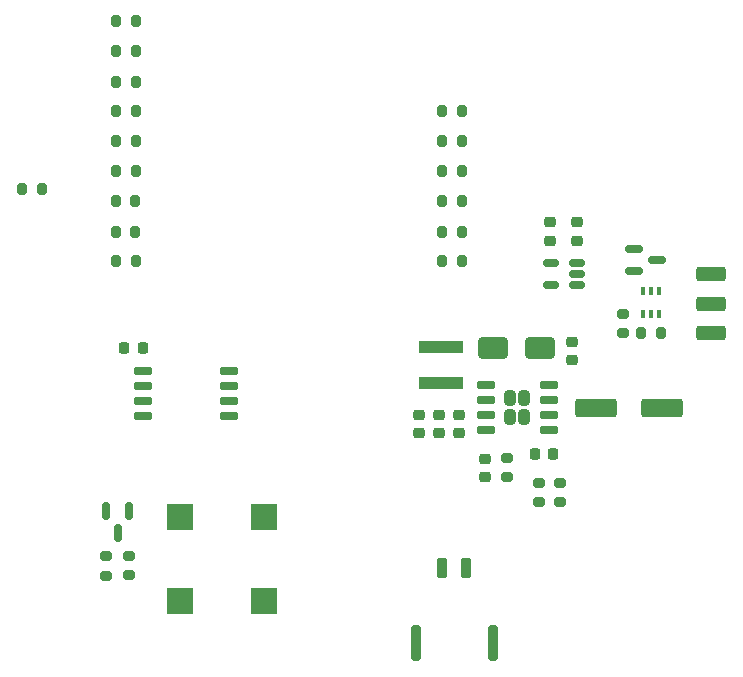
<source format=gbp>
G04 #@! TF.GenerationSoftware,KiCad,Pcbnew,8.0.3*
G04 #@! TF.CreationDate,2024-06-08T17:14:39+02:00*
G04 #@! TF.ProjectId,chip8-pcb,63686970-382d-4706-9362-2e6b69636164,1*
G04 #@! TF.SameCoordinates,Original*
G04 #@! TF.FileFunction,Paste,Bot*
G04 #@! TF.FilePolarity,Positive*
%FSLAX46Y46*%
G04 Gerber Fmt 4.6, Leading zero omitted, Abs format (unit mm)*
G04 Created by KiCad (PCBNEW 8.0.3) date 2024-06-08 17:14:39*
%MOMM*%
%LPD*%
G01*
G04 APERTURE LIST*
G04 Aperture macros list*
%AMRoundRect*
0 Rectangle with rounded corners*
0 $1 Rounding radius*
0 $2 $3 $4 $5 $6 $7 $8 $9 X,Y pos of 4 corners*
0 Add a 4 corners polygon primitive as box body*
4,1,4,$2,$3,$4,$5,$6,$7,$8,$9,$2,$3,0*
0 Add four circle primitives for the rounded corners*
1,1,$1+$1,$2,$3*
1,1,$1+$1,$4,$5*
1,1,$1+$1,$6,$7*
1,1,$1+$1,$8,$9*
0 Add four rect primitives between the rounded corners*
20,1,$1+$1,$2,$3,$4,$5,0*
20,1,$1+$1,$4,$5,$6,$7,0*
20,1,$1+$1,$6,$7,$8,$9,0*
20,1,$1+$1,$8,$9,$2,$3,0*%
G04 Aperture macros list end*
%ADD10RoundRect,0.225000X0.225000X0.250000X-0.225000X0.250000X-0.225000X-0.250000X0.225000X-0.250000X0*%
%ADD11RoundRect,0.150000X0.650000X0.150000X-0.650000X0.150000X-0.650000X-0.150000X0.650000X-0.150000X0*%
%ADD12RoundRect,0.200000X0.200000X0.275000X-0.200000X0.275000X-0.200000X-0.275000X0.200000X-0.275000X0*%
%ADD13RoundRect,0.150000X0.512500X0.150000X-0.512500X0.150000X-0.512500X-0.150000X0.512500X-0.150000X0*%
%ADD14RoundRect,0.225000X0.250000X-0.225000X0.250000X0.225000X-0.250000X0.225000X-0.250000X-0.225000X0*%
%ADD15RoundRect,0.225000X0.225000X0.625000X-0.225000X0.625000X-0.225000X-0.625000X0.225000X-0.625000X0*%
%ADD16RoundRect,0.133334X0.266666X1.366666X-0.266666X1.366666X-0.266666X-1.366666X0.266666X-1.366666X0*%
%ADD17RoundRect,0.200000X0.275000X-0.200000X0.275000X0.200000X-0.275000X0.200000X-0.275000X-0.200000X0*%
%ADD18RoundRect,0.242500X0.242500X0.402500X-0.242500X0.402500X-0.242500X-0.402500X0.242500X-0.402500X0*%
%ADD19R,3.700000X1.100000*%
%ADD20RoundRect,0.225000X-0.250000X0.225000X-0.250000X-0.225000X0.250000X-0.225000X0.250000X0.225000X0*%
%ADD21RoundRect,0.200000X-0.275000X0.200000X-0.275000X-0.200000X0.275000X-0.200000X0.275000X0.200000X0*%
%ADD22RoundRect,0.100000X0.100000X-0.225000X0.100000X0.225000X-0.100000X0.225000X-0.100000X-0.225000X0*%
%ADD23RoundRect,0.150000X-0.587500X-0.150000X0.587500X-0.150000X0.587500X0.150000X-0.587500X0.150000X0*%
%ADD24RoundRect,0.150000X-0.150000X0.587500X-0.150000X-0.587500X0.150000X-0.587500X0.150000X0.587500X0*%
%ADD25RoundRect,0.250000X-1.500000X-0.550000X1.500000X-0.550000X1.500000X0.550000X-1.500000X0.550000X0*%
%ADD26RoundRect,0.218750X-0.218750X-0.256250X0.218750X-0.256250X0.218750X0.256250X-0.218750X0.256250X0*%
%ADD27R,2.300000X2.300000*%
%ADD28RoundRect,0.250000X-1.000000X0.375000X-1.000000X-0.375000X1.000000X-0.375000X1.000000X0.375000X0*%
%ADD29RoundRect,0.250000X1.000000X0.650000X-1.000000X0.650000X-1.000000X-0.650000X1.000000X-0.650000X0*%
G04 APERTURE END LIST*
D10*
X66087500Y-74800000D03*
X67637500Y-74800000D03*
D11*
X74900000Y-76695000D03*
X74900000Y-77965000D03*
X74900000Y-79235000D03*
X74900000Y-80505000D03*
X67700000Y-80505000D03*
X67700000Y-79235000D03*
X67700000Y-77965000D03*
X67700000Y-76695000D03*
D12*
X67025000Y-47100000D03*
X65375000Y-47100000D03*
D13*
X104437500Y-67550000D03*
X104437500Y-68500000D03*
X104437500Y-69450000D03*
X102162500Y-69450000D03*
X102162500Y-67550000D03*
D12*
X94625000Y-57200000D03*
X92975000Y-57200000D03*
D14*
X102100000Y-65675000D03*
X102100000Y-64125000D03*
D15*
X95000000Y-93400000D03*
X93000000Y-93400000D03*
D16*
X97250000Y-99750000D03*
X90750000Y-99750000D03*
D12*
X67025000Y-52200000D03*
X65375000Y-52200000D03*
D17*
X64500000Y-94037500D03*
X64500000Y-92387500D03*
D14*
X104400000Y-65675000D03*
X104400000Y-64125000D03*
D12*
X67025000Y-54700000D03*
X65375000Y-54700000D03*
D14*
X104000000Y-75775000D03*
X104000000Y-74225000D03*
D18*
X99950000Y-80605000D03*
X99950000Y-79005000D03*
X98750000Y-80605000D03*
X98750000Y-79005000D03*
D11*
X102000000Y-77900000D03*
X102000000Y-79170000D03*
X102000000Y-80440000D03*
X102000000Y-81710000D03*
X96700000Y-81710000D03*
X96700000Y-80440000D03*
X96700000Y-79170000D03*
X96700000Y-77900000D03*
D19*
X92900000Y-74700000D03*
X92900000Y-77700000D03*
D12*
X59100000Y-61300000D03*
X57450000Y-61300000D03*
X67025000Y-67400000D03*
X65375000Y-67400000D03*
X94625000Y-62300000D03*
X92975000Y-62300000D03*
D20*
X92700000Y-80425000D03*
X92700000Y-81975000D03*
D12*
X67025000Y-49600000D03*
X65375000Y-49600000D03*
D21*
X66500000Y-92362500D03*
X66500000Y-94012500D03*
D12*
X94625000Y-54700000D03*
X92975000Y-54700000D03*
D21*
X103000000Y-86175000D03*
X103000000Y-87825000D03*
D20*
X91000000Y-80425000D03*
X91000000Y-81975000D03*
D22*
X111312500Y-71850000D03*
X110662500Y-71850000D03*
X110012500Y-71850000D03*
X110012500Y-69950000D03*
X110662500Y-69950000D03*
X111312500Y-69950000D03*
D21*
X108262500Y-71875000D03*
X108262500Y-73525000D03*
D23*
X109262500Y-68250000D03*
X109262500Y-66350000D03*
X111137500Y-67300000D03*
D20*
X94400000Y-80425000D03*
X94400000Y-81975000D03*
D12*
X94625000Y-59800000D03*
X92975000Y-59800000D03*
D24*
X64550000Y-88550000D03*
X66450000Y-88550000D03*
X65500000Y-90425000D03*
D25*
X106000000Y-79800000D03*
X111600000Y-79800000D03*
D12*
X67000000Y-62300000D03*
X65350000Y-62300000D03*
D26*
X100812500Y-83700000D03*
X102387500Y-83700000D03*
D12*
X67025000Y-59800000D03*
X65375000Y-59800000D03*
X111487500Y-73500000D03*
X109837500Y-73500000D03*
X67025000Y-57200000D03*
X65375000Y-57200000D03*
D20*
X96600000Y-84125000D03*
X96600000Y-85675000D03*
D27*
X70800000Y-89100000D03*
X77900000Y-89100000D03*
X77900000Y-96200000D03*
X70800000Y-96200000D03*
D21*
X98500000Y-84075000D03*
X98500000Y-85725000D03*
D28*
X115750000Y-68500000D03*
X115750000Y-71000000D03*
X115750000Y-73500000D03*
D12*
X67000000Y-64900000D03*
X65350000Y-64900000D03*
D17*
X101200000Y-87825000D03*
X101200000Y-86175000D03*
D12*
X94625000Y-64900000D03*
X92975000Y-64900000D03*
D29*
X101300000Y-74800000D03*
X97300000Y-74800000D03*
D12*
X94625000Y-67400000D03*
X92975000Y-67400000D03*
M02*

</source>
